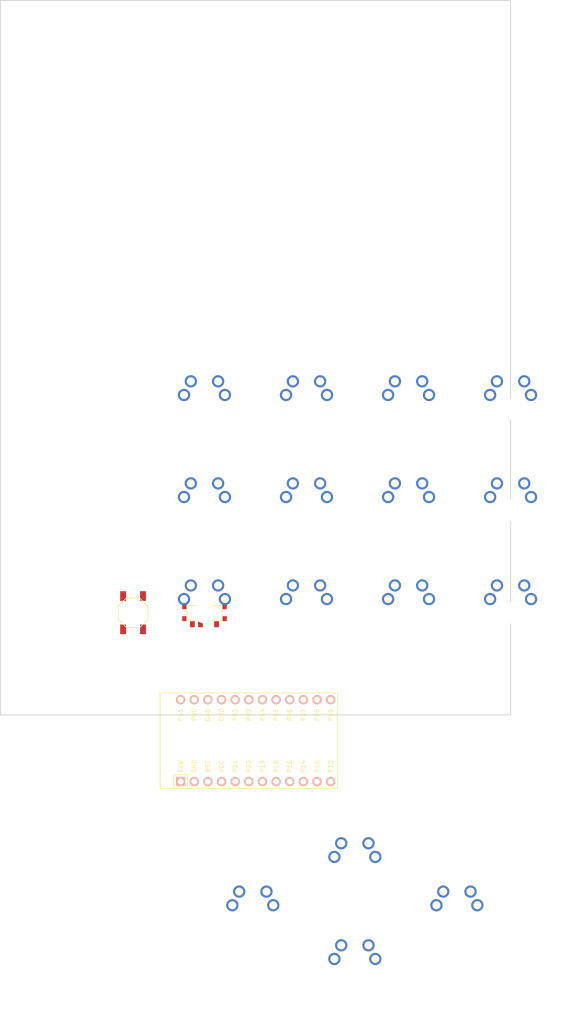
<source format=kicad_pcb>

            
(kicad_pcb (version 20171130) (host pcbnew 5.1.6)

  (page A3)
  (title_block
    (title navigatorPCB)
    (rev v1.0.0)
    (company Unknown)
  )

  (general
    (thickness 1.6)
  )

  (layers
    (0 F.Cu signal)
    (31 B.Cu signal)
    (32 B.Adhes user)
    (33 F.Adhes user)
    (34 B.Paste user)
    (35 F.Paste user)
    (36 B.SilkS user)
    (37 F.SilkS user)
    (38 B.Mask user)
    (39 F.Mask user)
    (40 Dwgs.User user)
    (41 Cmts.User user)
    (42 Eco1.User user)
    (43 Eco2.User user)
    (44 Edge.Cuts user)
    (45 Margin user)
    (46 B.CrtYd user)
    (47 F.CrtYd user)
    (48 B.Fab user)
    (49 F.Fab user)
  )

  (setup
    (last_trace_width 0.25)
    (trace_clearance 0.2)
    (zone_clearance 0.508)
    (zone_45_only no)
    (trace_min 0.2)
    (via_size 0.8)
    (via_drill 0.4)
    (via_min_size 0.4)
    (via_min_drill 0.3)
    (uvia_size 0.3)
    (uvia_drill 0.1)
    (uvias_allowed no)
    (uvia_min_size 0.2)
    (uvia_min_drill 0.1)
    (edge_width 0.05)
    (segment_width 0.2)
    (pcb_text_width 0.3)
    (pcb_text_size 1.5 1.5)
    (mod_edge_width 0.12)
    (mod_text_size 1 1)
    (mod_text_width 0.15)
    (pad_size 1.524 1.524)
    (pad_drill 0.762)
    (pad_to_mask_clearance 0.05)
    (aux_axis_origin 0 0)
    (visible_elements FFFFFF7F)
    (pcbplotparams
      (layerselection 0x010fc_ffffffff)
      (usegerberextensions false)
      (usegerberattributes true)
      (usegerberadvancedattributes true)
      (creategerberjobfile true)
      (excludeedgelayer true)
      (linewidth 0.100000)
      (plotframeref false)
      (viasonmask false)
      (mode 1)
      (useauxorigin false)
      (hpglpennumber 1)
      (hpglpenspeed 20)
      (hpglpendiameter 15.000000)
      (psnegative false)
      (psa4output false)
      (plotreference true)
      (plotvalue true)
      (plotinvisibletext false)
      (padsonsilk false)
      (subtractmaskfromsilk false)
      (outputformat 1)
      (mirror false)
      (drillshape 1)
      (scaleselection 1)
      (outputdirectory ""))
  )

            (net 0 "")
(net 1 "GND")
(net 2 "macropad_pinky_bottom")
(net 3 "macropad_pinky_middle")
(net 4 "macropad_pinky_top")
(net 5 "macropad_ring_bottom")
(net 6 "macropad_ring_middle")
(net 7 "macropad_ring_top")
(net 8 "macropad_middle_bottom")
(net 9 "macropad_middle_middle")
(net 10 "macropad_middle_top")
(net 11 "macropad_index_bottom")
(net 12 "macropad_index_middle")
(net 13 "macropad_index_top")
(net 14 "navigator_left_down")
(net 15 "navigator_updown_down")
(net 16 "navigator_updown_up")
(net 17 "navigator_right_down")
(net 18 "RAW")
(net 19 "RST")
(net 20 "VCC")
(net 21 "P0")
(net 22 "navigator_left_up")
(net 23 "P9")
(net 24 "powerswitch")
(net 25 "battery")
            
  (net_class Default "This is the default net class."
    (clearance 0.2)
    (trace_width 0.25)
    (via_dia 0.8)
    (via_drill 0.4)
    (uvia_dia 0.3)
    (uvia_drill 0.1)
    (add_net "")
(add_net "GND")
(add_net "macropad_pinky_bottom")
(add_net "macropad_pinky_middle")
(add_net "macropad_pinky_top")
(add_net "macropad_ring_bottom")
(add_net "macropad_ring_middle")
(add_net "macropad_ring_top")
(add_net "macropad_middle_bottom")
(add_net "macropad_middle_middle")
(add_net "macropad_middle_top")
(add_net "macropad_index_bottom")
(add_net "macropad_index_middle")
(add_net "macropad_index_top")
(add_net "navigator_left_down")
(add_net "navigator_updown_down")
(add_net "navigator_updown_up")
(add_net "navigator_right_down")
(add_net "RAW")
(add_net "RST")
(add_net "VCC")
(add_net "P0")
(add_net "navigator_left_up")
(add_net "P9")
(add_net "powerswitch")
(add_net "battery")
  )

            
        
      (module MX (layer F.Cu) (tedit 5DD4F656)
      (at 0 0 0)

      
      (fp_text reference "S1" (at 0 0) (layer F.SilkS) hide (effects (font (size 1.27 1.27) (thickness 0.15))))
      (fp_text value "" (at 0 0) (layer F.SilkS) hide (effects (font (size 1.27 1.27) (thickness 0.15))))

      
      (fp_line (start -7 -6) (end -7 -7) (layer Dwgs.User) (width 0.15))
      (fp_line (start -7 7) (end -6 7) (layer Dwgs.User) (width 0.15))
      (fp_line (start -6 -7) (end -7 -7) (layer Dwgs.User) (width 0.15))
      (fp_line (start -7 7) (end -7 6) (layer Dwgs.User) (width 0.15))
      (fp_line (start 7 6) (end 7 7) (layer Dwgs.User) (width 0.15))
      (fp_line (start 7 -7) (end 6 -7) (layer Dwgs.User) (width 0.15))
      (fp_line (start 6 7) (end 7 7) (layer Dwgs.User) (width 0.15))
      (fp_line (start 7 -7) (end 7 -6) (layer Dwgs.User) (width 0.15))
    
      
      (pad "" np_thru_hole circle (at 0 0) (size 3.9878 3.9878) (drill 3.9878) (layers *.Cu *.Mask))

      
      (pad "" np_thru_hole circle (at 5.08 0) (size 1.7018 1.7018) (drill 1.7018) (layers *.Cu *.Mask))
      (pad "" np_thru_hole circle (at -5.08 0) (size 1.7018 1.7018) (drill 1.7018) (layers *.Cu *.Mask))
      
        
      
      (fp_line (start -9.5 -9.5) (end 9.5 -9.5) (layer Dwgs.User) (width 0.15))
      (fp_line (start 9.5 -9.5) (end 9.5 9.5) (layer Dwgs.User) (width 0.15))
      (fp_line (start 9.5 9.5) (end -9.5 9.5) (layer Dwgs.User) (width 0.15))
      (fp_line (start -9.5 9.5) (end -9.5 -9.5) (layer Dwgs.User) (width 0.15))
      
        
            
            (pad 1 thru_hole circle (at 2.54 -5.08) (size 2.286 2.286) (drill 1.4986) (layers *.Cu *.Mask) (net 1 "GND"))
            (pad 2 thru_hole circle (at -3.81 -2.54) (size 2.286 2.286) (drill 1.4986) (layers *.Cu *.Mask) (net 2 "macropad_pinky_bottom"))
          
        
            
            (pad 1 thru_hole circle (at -2.54 -5.08) (size 2.286 2.286) (drill 1.4986) (layers *.Cu *.Mask) (net 1 "GND"))
            (pad 2 thru_hole circle (at 3.81 -2.54) (size 2.286 2.286) (drill 1.4986) (layers *.Cu *.Mask) (net 2 "macropad_pinky_bottom"))
          )
        

        
      (module MX (layer F.Cu) (tedit 5DD4F656)
      (at 0 -19 0)

      
      (fp_text reference "S2" (at 0 0) (layer F.SilkS) hide (effects (font (size 1.27 1.27) (thickness 0.15))))
      (fp_text value "" (at 0 0) (layer F.SilkS) hide (effects (font (size 1.27 1.27) (thickness 0.15))))

      
      (fp_line (start -7 -6) (end -7 -7) (layer Dwgs.User) (width 0.15))
      (fp_line (start -7 7) (end -6 7) (layer Dwgs.User) (width 0.15))
      (fp_line (start -6 -7) (end -7 -7) (layer Dwgs.User) (width 0.15))
      (fp_line (start -7 7) (end -7 6) (layer Dwgs.User) (width 0.15))
      (fp_line (start 7 6) (end 7 7) (layer Dwgs.User) (width 0.15))
      (fp_line (start 7 -7) (end 6 -7) (layer Dwgs.User) (width 0.15))
      (fp_line (start 6 7) (end 7 7) (layer Dwgs.User) (width 0.15))
      (fp_line (start 7 -7) (end 7 -6) (layer Dwgs.User) (width 0.15))
    
      
      (pad "" np_thru_hole circle (at 0 0) (size 3.9878 3.9878) (drill 3.9878) (layers *.Cu *.Mask))

      
      (pad "" np_thru_hole circle (at 5.08 0) (size 1.7018 1.7018) (drill 1.7018) (layers *.Cu *.Mask))
      (pad "" np_thru_hole circle (at -5.08 0) (size 1.7018 1.7018) (drill 1.7018) (layers *.Cu *.Mask))
      
        
      
      (fp_line (start -9.5 -9.5) (end 9.5 -9.5) (layer Dwgs.User) (width 0.15))
      (fp_line (start 9.5 -9.5) (end 9.5 9.5) (layer Dwgs.User) (width 0.15))
      (fp_line (start 9.5 9.5) (end -9.5 9.5) (layer Dwgs.User) (width 0.15))
      (fp_line (start -9.5 9.5) (end -9.5 -9.5) (layer Dwgs.User) (width 0.15))
      
        
            
            (pad 1 thru_hole circle (at 2.54 -5.08) (size 2.286 2.286) (drill 1.4986) (layers *.Cu *.Mask) (net 1 "GND"))
            (pad 2 thru_hole circle (at -3.81 -2.54) (size 2.286 2.286) (drill 1.4986) (layers *.Cu *.Mask) (net 3 "macropad_pinky_middle"))
          
        
            
            (pad 1 thru_hole circle (at -2.54 -5.08) (size 2.286 2.286) (drill 1.4986) (layers *.Cu *.Mask) (net 1 "GND"))
            (pad 2 thru_hole circle (at 3.81 -2.54) (size 2.286 2.286) (drill 1.4986) (layers *.Cu *.Mask) (net 3 "macropad_pinky_middle"))
          )
        

        
      (module MX (layer F.Cu) (tedit 5DD4F656)
      (at 0 -38 0)

      
      (fp_text reference "S3" (at 0 0) (layer F.SilkS) hide (effects (font (size 1.27 1.27) (thickness 0.15))))
      (fp_text value "" (at 0 0) (layer F.SilkS) hide (effects (font (size 1.27 1.27) (thickness 0.15))))

      
      (fp_line (start -7 -6) (end -7 -7) (layer Dwgs.User) (width 0.15))
      (fp_line (start -7 7) (end -6 7) (layer Dwgs.User) (width 0.15))
      (fp_line (start -6 -7) (end -7 -7) (layer Dwgs.User) (width 0.15))
      (fp_line (start -7 7) (end -7 6) (layer Dwgs.User) (width 0.15))
      (fp_line (start 7 6) (end 7 7) (layer Dwgs.User) (width 0.15))
      (fp_line (start 7 -7) (end 6 -7) (layer Dwgs.User) (width 0.15))
      (fp_line (start 6 7) (end 7 7) (layer Dwgs.User) (width 0.15))
      (fp_line (start 7 -7) (end 7 -6) (layer Dwgs.User) (width 0.15))
    
      
      (pad "" np_thru_hole circle (at 0 0) (size 3.9878 3.9878) (drill 3.9878) (layers *.Cu *.Mask))

      
      (pad "" np_thru_hole circle (at 5.08 0) (size 1.7018 1.7018) (drill 1.7018) (layers *.Cu *.Mask))
      (pad "" np_thru_hole circle (at -5.08 0) (size 1.7018 1.7018) (drill 1.7018) (layers *.Cu *.Mask))
      
        
      
      (fp_line (start -9.5 -9.5) (end 9.5 -9.5) (layer Dwgs.User) (width 0.15))
      (fp_line (start 9.5 -9.5) (end 9.5 9.5) (layer Dwgs.User) (width 0.15))
      (fp_line (start 9.5 9.5) (end -9.5 9.5) (layer Dwgs.User) (width 0.15))
      (fp_line (start -9.5 9.5) (end -9.5 -9.5) (layer Dwgs.User) (width 0.15))
      
        
            
            (pad 1 thru_hole circle (at 2.54 -5.08) (size 2.286 2.286) (drill 1.4986) (layers *.Cu *.Mask) (net 1 "GND"))
            (pad 2 thru_hole circle (at -3.81 -2.54) (size 2.286 2.286) (drill 1.4986) (layers *.Cu *.Mask) (net 4 "macropad_pinky_top"))
          
        
            
            (pad 1 thru_hole circle (at -2.54 -5.08) (size 2.286 2.286) (drill 1.4986) (layers *.Cu *.Mask) (net 1 "GND"))
            (pad 2 thru_hole circle (at 3.81 -2.54) (size 2.286 2.286) (drill 1.4986) (layers *.Cu *.Mask) (net 4 "macropad_pinky_top"))
          )
        

        
      (module MX (layer F.Cu) (tedit 5DD4F656)
      (at 19 0 0)

      
      (fp_text reference "S4" (at 0 0) (layer F.SilkS) hide (effects (font (size 1.27 1.27) (thickness 0.15))))
      (fp_text value "" (at 0 0) (layer F.SilkS) hide (effects (font (size 1.27 1.27) (thickness 0.15))))

      
      (fp_line (start -7 -6) (end -7 -7) (layer Dwgs.User) (width 0.15))
      (fp_line (start -7 7) (end -6 7) (layer Dwgs.User) (width 0.15))
      (fp_line (start -6 -7) (end -7 -7) (layer Dwgs.User) (width 0.15))
      (fp_line (start -7 7) (end -7 6) (layer Dwgs.User) (width 0.15))
      (fp_line (start 7 6) (end 7 7) (layer Dwgs.User) (width 0.15))
      (fp_line (start 7 -7) (end 6 -7) (layer Dwgs.User) (width 0.15))
      (fp_line (start 6 7) (end 7 7) (layer Dwgs.User) (width 0.15))
      (fp_line (start 7 -7) (end 7 -6) (layer Dwgs.User) (width 0.15))
    
      
      (pad "" np_thru_hole circle (at 0 0) (size 3.9878 3.9878) (drill 3.9878) (layers *.Cu *.Mask))

      
      (pad "" np_thru_hole circle (at 5.08 0) (size 1.7018 1.7018) (drill 1.7018) (layers *.Cu *.Mask))
      (pad "" np_thru_hole circle (at -5.08 0) (size 1.7018 1.7018) (drill 1.7018) (layers *.Cu *.Mask))
      
        
      
      (fp_line (start -9.5 -9.5) (end 9.5 -9.5) (layer Dwgs.User) (width 0.15))
      (fp_line (start 9.5 -9.5) (end 9.5 9.5) (layer Dwgs.User) (width 0.15))
      (fp_line (start 9.5 9.5) (end -9.5 9.5) (layer Dwgs.User) (width 0.15))
      (fp_line (start -9.5 9.5) (end -9.5 -9.5) (layer Dwgs.User) (width 0.15))
      
        
            
            (pad 1 thru_hole circle (at 2.54 -5.08) (size 2.286 2.286) (drill 1.4986) (layers *.Cu *.Mask) (net 1 "GND"))
            (pad 2 thru_hole circle (at -3.81 -2.54) (size 2.286 2.286) (drill 1.4986) (layers *.Cu *.Mask) (net 5 "macropad_ring_bottom"))
          
        
            
            (pad 1 thru_hole circle (at -2.54 -5.08) (size 2.286 2.286) (drill 1.4986) (layers *.Cu *.Mask) (net 1 "GND"))
            (pad 2 thru_hole circle (at 3.81 -2.54) (size 2.286 2.286) (drill 1.4986) (layers *.Cu *.Mask) (net 5 "macropad_ring_bottom"))
          )
        

        
      (module MX (layer F.Cu) (tedit 5DD4F656)
      (at 19 -19 0)

      
      (fp_text reference "S5" (at 0 0) (layer F.SilkS) hide (effects (font (size 1.27 1.27) (thickness 0.15))))
      (fp_text value "" (at 0 0) (layer F.SilkS) hide (effects (font (size 1.27 1.27) (thickness 0.15))))

      
      (fp_line (start -7 -6) (end -7 -7) (layer Dwgs.User) (width 0.15))
      (fp_line (start -7 7) (end -6 7) (layer Dwgs.User) (width 0.15))
      (fp_line (start -6 -7) (end -7 -7) (layer Dwgs.User) (width 0.15))
      (fp_line (start -7 7) (end -7 6) (layer Dwgs.User) (width 0.15))
      (fp_line (start 7 6) (end 7 7) (layer Dwgs.User) (width 0.15))
      (fp_line (start 7 -7) (end 6 -7) (layer Dwgs.User) (width 0.15))
      (fp_line (start 6 7) (end 7 7) (layer Dwgs.User) (width 0.15))
      (fp_line (start 7 -7) (end 7 -6) (layer Dwgs.User) (width 0.15))
    
      
      (pad "" np_thru_hole circle (at 0 0) (size 3.9878 3.9878) (drill 3.9878) (layers *.Cu *.Mask))

      
      (pad "" np_thru_hole circle (at 5.08 0) (size 1.7018 1.7018) (drill 1.7018) (layers *.Cu *.Mask))
      (pad "" np_thru_hole circle (at -5.08 0) (size 1.7018 1.7018) (drill 1.7018) (layers *.Cu *.Mask))
      
        
      
      (fp_line (start -9.5 -9.5) (end 9.5 -9.5) (layer Dwgs.User) (width 0.15))
      (fp_line (start 9.5 -9.5) (end 9.5 9.5) (layer Dwgs.User) (width 0.15))
      (fp_line (start 9.5 9.5) (end -9.5 9.5) (layer Dwgs.User) (width 0.15))
      (fp_line (start -9.5 9.5) (end -9.5 -9.5) (layer Dwgs.User) (width 0.15))
      
        
            
            (pad 1 thru_hole circle (at 2.54 -5.08) (size 2.286 2.286) (drill 1.4986) (layers *.Cu *.Mask) (net 1 "GND"))
            (pad 2 thru_hole circle (at -3.81 -2.54) (size 2.286 2.286) (drill 1.4986) (layers *.Cu *.Mask) (net 6 "macropad_ring_middle"))
          
        
            
            (pad 1 thru_hole circle (at -2.54 -5.08) (size 2.286 2.286) (drill 1.4986) (layers *.Cu *.Mask) (net 1 "GND"))
            (pad 2 thru_hole circle (at 3.81 -2.54) (size 2.286 2.286) (drill 1.4986) (layers *.Cu *.Mask) (net 6 "macropad_ring_middle"))
          )
        

        
      (module MX (layer F.Cu) (tedit 5DD4F656)
      (at 19 -38 0)

      
      (fp_text reference "S6" (at 0 0) (layer F.SilkS) hide (effects (font (size 1.27 1.27) (thickness 0.15))))
      (fp_text value "" (at 0 0) (layer F.SilkS) hide (effects (font (size 1.27 1.27) (thickness 0.15))))

      
      (fp_line (start -7 -6) (end -7 -7) (layer Dwgs.User) (width 0.15))
      (fp_line (start -7 7) (end -6 7) (layer Dwgs.User) (width 0.15))
      (fp_line (start -6 -7) (end -7 -7) (layer Dwgs.User) (width 0.15))
      (fp_line (start -7 7) (end -7 6) (layer Dwgs.User) (width 0.15))
      (fp_line (start 7 6) (end 7 7) (layer Dwgs.User) (width 0.15))
      (fp_line (start 7 -7) (end 6 -7) (layer Dwgs.User) (width 0.15))
      (fp_line (start 6 7) (end 7 7) (layer Dwgs.User) (width 0.15))
      (fp_line (start 7 -7) (end 7 -6) (layer Dwgs.User) (width 0.15))
    
      
      (pad "" np_thru_hole circle (at 0 0) (size 3.9878 3.9878) (drill 3.9878) (layers *.Cu *.Mask))

      
      (pad "" np_thru_hole circle (at 5.08 0) (size 1.7018 1.7018) (drill 1.7018) (layers *.Cu *.Mask))
      (pad "" np_thru_hole circle (at -5.08 0) (size 1.7018 1.7018) (drill 1.7018) (layers *.Cu *.Mask))
      
        
      
      (fp_line (start -9.5 -9.5) (end 9.5 -9.5) (layer Dwgs.User) (width 0.15))
      (fp_line (start 9.5 -9.5) (end 9.5 9.5) (layer Dwgs.User) (width 0.15))
      (fp_line (start 9.5 9.5) (end -9.5 9.5) (layer Dwgs.User) (width 0.15))
      (fp_line (start -9.5 9.5) (end -9.5 -9.5) (layer Dwgs.User) (width 0.15))
      
        
            
            (pad 1 thru_hole circle (at 2.54 -5.08) (size 2.286 2.286) (drill 1.4986) (layers *.Cu *.Mask) (net 1 "GND"))
            (pad 2 thru_hole circle (at -3.81 -2.54) (size 2.286 2.286) (drill 1.4986) (layers *.Cu *.Mask) (net 7 "macropad_ring_top"))
          
        
            
            (pad 1 thru_hole circle (at -2.54 -5.08) (size 2.286 2.286) (drill 1.4986) (layers *.Cu *.Mask) (net 1 "GND"))
            (pad 2 thru_hole circle (at 3.81 -2.54) (size 2.286 2.286) (drill 1.4986) (layers *.Cu *.Mask) (net 7 "macropad_ring_top"))
          )
        

        
      (module MX (layer F.Cu) (tedit 5DD4F656)
      (at 38 0 0)

      
      (fp_text reference "S7" (at 0 0) (layer F.SilkS) hide (effects (font (size 1.27 1.27) (thickness 0.15))))
      (fp_text value "" (at 0 0) (layer F.SilkS) hide (effects (font (size 1.27 1.27) (thickness 0.15))))

      
      (fp_line (start -7 -6) (end -7 -7) (layer Dwgs.User) (width 0.15))
      (fp_line (start -7 7) (end -6 7) (layer Dwgs.User) (width 0.15))
      (fp_line (start -6 -7) (end -7 -7) (layer Dwgs.User) (width 0.15))
      (fp_line (start -7 7) (end -7 6) (layer Dwgs.User) (width 0.15))
      (fp_line (start 7 6) (end 7 7) (layer Dwgs.User) (width 0.15))
      (fp_line (start 7 -7) (end 6 -7) (layer Dwgs.User) (width 0.15))
      (fp_line (start 6 7) (end 7 7) (layer Dwgs.User) (width 0.15))
      (fp_line (start 7 -7) (end 7 -6) (layer Dwgs.User) (width 0.15))
    
      
      (pad "" np_thru_hole circle (at 0 0) (size 3.9878 3.9878) (drill 3.9878) (layers *.Cu *.Mask))

      
      (pad "" np_thru_hole circle (at 5.08 0) (size 1.7018 1.7018) (drill 1.7018) (layers *.Cu *.Mask))
      (pad "" np_thru_hole circle (at -5.08 0) (size 1.7018 1.7018) (drill 1.7018) (layers *.Cu *.Mask))
      
        
      
      (fp_line (start -9.5 -9.5) (end 9.5 -9.5) (layer Dwgs.User) (width 0.15))
      (fp_line (start 9.5 -9.5) (end 9.5 9.5) (layer Dwgs.User) (width 0.15))
      (fp_line (start 9.5 9.5) (end -9.5 9.5) (layer Dwgs.User) (width 0.15))
      (fp_line (start -9.5 9.5) (end -9.5 -9.5) (layer Dwgs.User) (width 0.15))
      
        
            
            (pad 1 thru_hole circle (at 2.54 -5.08) (size 2.286 2.286) (drill 1.4986) (layers *.Cu *.Mask) (net 1 "GND"))
            (pad 2 thru_hole circle (at -3.81 -2.54) (size 2.286 2.286) (drill 1.4986) (layers *.Cu *.Mask) (net 8 "macropad_middle_bottom"))
          
        
            
            (pad 1 thru_hole circle (at -2.54 -5.08) (size 2.286 2.286) (drill 1.4986) (layers *.Cu *.Mask) (net 1 "GND"))
            (pad 2 thru_hole circle (at 3.81 -2.54) (size 2.286 2.286) (drill 1.4986) (layers *.Cu *.Mask) (net 8 "macropad_middle_bottom"))
          )
        

        
      (module MX (layer F.Cu) (tedit 5DD4F656)
      (at 38 -19 0)

      
      (fp_text reference "S8" (at 0 0) (layer F.SilkS) hide (effects (font (size 1.27 1.27) (thickness 0.15))))
      (fp_text value "" (at 0 0) (layer F.SilkS) hide (effects (font (size 1.27 1.27) (thickness 0.15))))

      
      (fp_line (start -7 -6) (end -7 -7) (layer Dwgs.User) (width 0.15))
      (fp_line (start -7 7) (end -6 7) (layer Dwgs.User) (width 0.15))
      (fp_line (start -6 -7) (end -7 -7) (layer Dwgs.User) (width 0.15))
      (fp_line (start -7 7) (end -7 6) (layer Dwgs.User) (width 0.15))
      (fp_line (start 7 6) (end 7 7) (layer Dwgs.User) (width 0.15))
      (fp_line (start 7 -7) (end 6 -7) (layer Dwgs.User) (width 0.15))
      (fp_line (start 6 7) (end 7 7) (layer Dwgs.User) (width 0.15))
      (fp_line (start 7 -7) (end 7 -6) (layer Dwgs.User) (width 0.15))
    
      
      (pad "" np_thru_hole circle (at 0 0) (size 3.9878 3.9878) (drill 3.9878) (layers *.Cu *.Mask))

      
      (pad "" np_thru_hole circle (at 5.08 0) (size 1.7018 1.7018) (drill 1.7018) (layers *.Cu *.Mask))
      (pad "" np_thru_hole circle (at -5.08 0) (size 1.7018 1.7018) (drill 1.7018) (layers *.Cu *.Mask))
      
        
      
      (fp_line (start -9.5 -9.5) (end 9.5 -9.5) (layer Dwgs.User) (width 0.15))
      (fp_line (start 9.5 -9.5) (end 9.5 9.5) (layer Dwgs.User) (width 0.15))
      (fp_line (start 9.5 9.5) (end -9.5 9.5) (layer Dwgs.User) (width 0.15))
      (fp_line (start -9.5 9.5) (end -9.5 -9.5) (layer Dwgs.User) (width 0.15))
      
        
            
            (pad 1 thru_hole circle (at 2.54 -5.08) (size 2.286 2.286) (drill 1.4986) (layers *.Cu *.Mask) (net 1 "GND"))
            (pad 2 thru_hole circle (at -3.81 -2.54) (size 2.286 2.286) (drill 1.4986) (layers *.Cu *.Mask) (net 9 "macropad_middle_middle"))
          
        
            
            (pad 1 thru_hole circle (at -2.54 -5.08) (size 2.286 2.286) (drill 1.4986) (layers *.Cu *.Mask) (net 1 "GND"))
            (pad 2 thru_hole circle (at 3.81 -2.54) (size 2.286 2.286) (drill 1.4986) (layers *.Cu *.Mask) (net 9 "macropad_middle_middle"))
          )
        

        
      (module MX (layer F.Cu) (tedit 5DD4F656)
      (at 38 -38 0)

      
      (fp_text reference "S9" (at 0 0) (layer F.SilkS) hide (effects (font (size 1.27 1.27) (thickness 0.15))))
      (fp_text value "" (at 0 0) (layer F.SilkS) hide (effects (font (size 1.27 1.27) (thickness 0.15))))

      
      (fp_line (start -7 -6) (end -7 -7) (layer Dwgs.User) (width 0.15))
      (fp_line (start -7 7) (end -6 7) (layer Dwgs.User) (width 0.15))
      (fp_line (start -6 -7) (end -7 -7) (layer Dwgs.User) (width 0.15))
      (fp_line (start -7 7) (end -7 6) (layer Dwgs.User) (width 0.15))
      (fp_line (start 7 6) (end 7 7) (layer Dwgs.User) (width 0.15))
      (fp_line (start 7 -7) (end 6 -7) (layer Dwgs.User) (width 0.15))
      (fp_line (start 6 7) (end 7 7) (layer Dwgs.User) (width 0.15))
      (fp_line (start 7 -7) (end 7 -6) (layer Dwgs.User) (width 0.15))
    
      
      (pad "" np_thru_hole circle (at 0 0) (size 3.9878 3.9878) (drill 3.9878) (layers *.Cu *.Mask))

      
      (pad "" np_thru_hole circle (at 5.08 0) (size 1.7018 1.7018) (drill 1.7018) (layers *.Cu *.Mask))
      (pad "" np_thru_hole circle (at -5.08 0) (size 1.7018 1.7018) (drill 1.7018) (layers *.Cu *.Mask))
      
        
      
      (fp_line (start -9.5 -9.5) (end 9.5 -9.5) (layer Dwgs.User) (width 0.15))
      (fp_line (start 9.5 -9.5) (end 9.5 9.5) (layer Dwgs.User) (width 0.15))
      (fp_line (start 9.5 9.5) (end -9.5 9.5) (layer Dwgs.User) (width 0.15))
      (fp_line (start -9.5 9.5) (end -9.5 -9.5) (layer Dwgs.User) (width 0.15))
      
        
            
            (pad 1 thru_hole circle (at 2.54 -5.08) (size 2.286 2.286) (drill 1.4986) (layers *.Cu *.Mask) (net 1 "GND"))
            (pad 2 thru_hole circle (at -3.81 -2.54) (size 2.286 2.286) (drill 1.4986) (layers *.Cu *.Mask) (net 10 "macropad_middle_top"))
          
        
            
            (pad 1 thru_hole circle (at -2.54 -5.08) (size 2.286 2.286) (drill 1.4986) (layers *.Cu *.Mask) (net 1 "GND"))
            (pad 2 thru_hole circle (at 3.81 -2.54) (size 2.286 2.286) (drill 1.4986) (layers *.Cu *.Mask) (net 10 "macropad_middle_top"))
          )
        

        
      (module MX (layer F.Cu) (tedit 5DD4F656)
      (at 57 0 0)

      
      (fp_text reference "S10" (at 0 0) (layer F.SilkS) hide (effects (font (size 1.27 1.27) (thickness 0.15))))
      (fp_text value "" (at 0 0) (layer F.SilkS) hide (effects (font (size 1.27 1.27) (thickness 0.15))))

      
      (fp_line (start -7 -6) (end -7 -7) (layer Dwgs.User) (width 0.15))
      (fp_line (start -7 7) (end -6 7) (layer Dwgs.User) (width 0.15))
      (fp_line (start -6 -7) (end -7 -7) (layer Dwgs.User) (width 0.15))
      (fp_line (start -7 7) (end -7 6) (layer Dwgs.User) (width 0.15))
      (fp_line (start 7 6) (end 7 7) (layer Dwgs.User) (width 0.15))
      (fp_line (start 7 -7) (end 6 -7) (layer Dwgs.User) (width 0.15))
      (fp_line (start 6 7) (end 7 7) (layer Dwgs.User) (width 0.15))
      (fp_line (start 7 -7) (end 7 -6) (layer Dwgs.User) (width 0.15))
    
      
      (pad "" np_thru_hole circle (at 0 0) (size 3.9878 3.9878) (drill 3.9878) (layers *.Cu *.Mask))

      
      (pad "" np_thru_hole circle (at 5.08 0) (size 1.7018 1.7018) (drill 1.7018) (layers *.Cu *.Mask))
      (pad "" np_thru_hole circle (at -5.08 0) (size 1.7018 1.7018) (drill 1.7018) (layers *.Cu *.Mask))
      
        
      
      (fp_line (start -9.5 -9.5) (end 9.5 -9.5) (layer Dwgs.User) (width 0.15))
      (fp_line (start 9.5 -9.5) (end 9.5 9.5) (layer Dwgs.User) (width 0.15))
      (fp_line (start 9.5 9.5) (end -9.5 9.5) (layer Dwgs.User) (width 0.15))
      (fp_line (start -9.5 9.5) (end -9.5 -9.5) (layer Dwgs.User) (width 0.15))
      
        
            
            (pad 1 thru_hole circle (at 2.54 -5.08) (size 2.286 2.286) (drill 1.4986) (layers *.Cu *.Mask) (net 1 "GND"))
            (pad 2 thru_hole circle (at -3.81 -2.54) (size 2.286 2.286) (drill 1.4986) (layers *.Cu *.Mask) (net 11 "macropad_index_bottom"))
          
        
            
            (pad 1 thru_hole circle (at -2.54 -5.08) (size 2.286 2.286) (drill 1.4986) (layers *.Cu *.Mask) (net 1 "GND"))
            (pad 2 thru_hole circle (at 3.81 -2.54) (size 2.286 2.286) (drill 1.4986) (layers *.Cu *.Mask) (net 11 "macropad_index_bottom"))
          )
        

        
      (module MX (layer F.Cu) (tedit 5DD4F656)
      (at 57 -19 0)

      
      (fp_text reference "S11" (at 0 0) (layer F.SilkS) hide (effects (font (size 1.27 1.27) (thickness 0.15))))
      (fp_text value "" (at 0 0) (layer F.SilkS) hide (effects (font (size 1.27 1.27) (thickness 0.15))))

      
      (fp_line (start -7 -6) (end -7 -7) (layer Dwgs.User) (width 0.15))
      (fp_line (start -7 7) (end -6 7) (layer Dwgs.User) (width 0.15))
      (fp_line (start -6 -7) (end -7 -7) (layer Dwgs.User) (width 0.15))
      (fp_line (start -7 7) (end -7 6) (layer Dwgs.User) (width 0.15))
      (fp_line (start 7 6) (end 7 7) (layer Dwgs.User) (width 0.15))
      (fp_line (start 7 -7) (end 6 -7) (layer Dwgs.User) (width 0.15))
      (fp_line (start 6 7) (end 7 7) (layer Dwgs.User) (width 0.15))
      (fp_line (start 7 -7) (end 7 -6) (layer Dwgs.User) (width 0.15))
    
      
      (pad "" np_thru_hole circle (at 0 0) (size 3.9878 3.9878) (drill 3.9878) (layers *.Cu *.Mask))

      
      (pad "" np_thru_hole circle (at 5.08 0) (size 1.7018 1.7018) (drill 1.7018) (layers *.Cu *.Mask))
      (pad "" np_thru_hole circle (at -5.08 0) (size 1.7018 1.7018) (drill 1.7018) (layers *.Cu *.Mask))
      
        
      
      (fp_line (start -9.5 -9.5) (end 9.5 -9.5) (layer Dwgs.User) (width 0.15))
      (fp_line (start 9.5 -9.5) (end 9.5 9.5) (layer Dwgs.User) (width 0.15))
      (fp_line (start 9.5 9.5) (end -9.5 9.5) (layer Dwgs.User) (width 0.15))
      (fp_line (start -9.5 9.5) (end -9.5 -9.5) (layer Dwgs.User) (width 0.15))
      
        
            
            (pad 1 thru_hole circle (at 2.54 -5.08) (size 2.286 2.286) (drill 1.4986) (layers *.Cu *.Mask) (net 1 "GND"))
            (pad 2 thru_hole circle (at -3.81 -2.54) (size 2.286 2.286) (drill 1.4986) (layers *.Cu *.Mask) (net 12 "macropad_index_middle"))
          
        
            
            (pad 1 thru_hole circle (at -2.54 -5.08) (size 2.286 2.286) (drill 1.4986) (layers *.Cu *.Mask) (net 1 "GND"))
            (pad 2 thru_hole circle (at 3.81 -2.54) (size 2.286 2.286) (drill 1.4986) (layers *.Cu *.Mask) (net 12 "macropad_index_middle"))
          )
        

        
      (module MX (layer F.Cu) (tedit 5DD4F656)
      (at 57 -38 0)

      
      (fp_text reference "S12" (at 0 0) (layer F.SilkS) hide (effects (font (size 1.27 1.27) (thickness 0.15))))
      (fp_text value "" (at 0 0) (layer F.SilkS) hide (effects (font (size 1.27 1.27) (thickness 0.15))))

      
      (fp_line (start -7 -6) (end -7 -7) (layer Dwgs.User) (width 0.15))
      (fp_line (start -7 7) (end -6 7) (layer Dwgs.User) (width 0.15))
      (fp_line (start -6 -7) (end -7 -7) (layer Dwgs.User) (width 0.15))
      (fp_line (start -7 7) (end -7 6) (layer Dwgs.User) (width 0.15))
      (fp_line (start 7 6) (end 7 7) (layer Dwgs.User) (width 0.15))
      (fp_line (start 7 -7) (end 6 -7) (layer Dwgs.User) (width 0.15))
      (fp_line (start 6 7) (end 7 7) (layer Dwgs.User) (width 0.15))
      (fp_line (start 7 -7) (end 7 -6) (layer Dwgs.User) (width 0.15))
    
      
      (pad "" np_thru_hole circle (at 0 0) (size 3.9878 3.9878) (drill 3.9878) (layers *.Cu *.Mask))

      
      (pad "" np_thru_hole circle (at 5.08 0) (size 1.7018 1.7018) (drill 1.7018) (layers *.Cu *.Mask))
      (pad "" np_thru_hole circle (at -5.08 0) (size 1.7018 1.7018) (drill 1.7018) (layers *.Cu *.Mask))
      
        
      
      (fp_line (start -9.5 -9.5) (end 9.5 -9.5) (layer Dwgs.User) (width 0.15))
      (fp_line (start 9.5 -9.5) (end 9.5 9.5) (layer Dwgs.User) (width 0.15))
      (fp_line (start 9.5 9.5) (end -9.5 9.5) (layer Dwgs.User) (width 0.15))
      (fp_line (start -9.5 9.5) (end -9.5 -9.5) (layer Dwgs.User) (width 0.15))
      
        
            
            (pad 1 thru_hole circle (at 2.54 -5.08) (size 2.286 2.286) (drill 1.4986) (layers *.Cu *.Mask) (net 1 "GND"))
            (pad 2 thru_hole circle (at -3.81 -2.54) (size 2.286 2.286) (drill 1.4986) (layers *.Cu *.Mask) (net 13 "macropad_index_top"))
          
        
            
            (pad 1 thru_hole circle (at -2.54 -5.08) (size 2.286 2.286) (drill 1.4986) (layers *.Cu *.Mask) (net 1 "GND"))
            (pad 2 thru_hole circle (at 3.81 -2.54) (size 2.286 2.286) (drill 1.4986) (layers *.Cu *.Mask) (net 13 "macropad_index_top"))
          )
        

        
      (module MX (layer F.Cu) (tedit 5DD4F656)
      (at 9 57 0)

      
      (fp_text reference "S13" (at 0 0) (layer F.SilkS) hide (effects (font (size 1.27 1.27) (thickness 0.15))))
      (fp_text value "" (at 0 0) (layer F.SilkS) hide (effects (font (size 1.27 1.27) (thickness 0.15))))

      
      (fp_line (start -7 -6) (end -7 -7) (layer Dwgs.User) (width 0.15))
      (fp_line (start -7 7) (end -6 7) (layer Dwgs.User) (width 0.15))
      (fp_line (start -6 -7) (end -7 -7) (layer Dwgs.User) (width 0.15))
      (fp_line (start -7 7) (end -7 6) (layer Dwgs.User) (width 0.15))
      (fp_line (start 7 6) (end 7 7) (layer Dwgs.User) (width 0.15))
      (fp_line (start 7 -7) (end 6 -7) (layer Dwgs.User) (width 0.15))
      (fp_line (start 6 7) (end 7 7) (layer Dwgs.User) (width 0.15))
      (fp_line (start 7 -7) (end 7 -6) (layer Dwgs.User) (width 0.15))
    
      
      (pad "" np_thru_hole circle (at 0 0) (size 3.9878 3.9878) (drill 3.9878) (layers *.Cu *.Mask))

      
      (pad "" np_thru_hole circle (at 5.08 0) (size 1.7018 1.7018) (drill 1.7018) (layers *.Cu *.Mask))
      (pad "" np_thru_hole circle (at -5.08 0) (size 1.7018 1.7018) (drill 1.7018) (layers *.Cu *.Mask))
      
        
      
      (fp_line (start -9.5 -9.5) (end 9.5 -9.5) (layer Dwgs.User) (width 0.15))
      (fp_line (start 9.5 -9.5) (end 9.5 9.5) (layer Dwgs.User) (width 0.15))
      (fp_line (start 9.5 9.5) (end -9.5 9.5) (layer Dwgs.User) (width 0.15))
      (fp_line (start -9.5 9.5) (end -9.5 -9.5) (layer Dwgs.User) (width 0.15))
      
        
            
            (pad 1 thru_hole circle (at 2.54 -5.08) (size 2.286 2.286) (drill 1.4986) (layers *.Cu *.Mask) (net 1 "GND"))
            (pad 2 thru_hole circle (at -3.81 -2.54) (size 2.286 2.286) (drill 1.4986) (layers *.Cu *.Mask) (net 14 "navigator_left_down"))
          
        
            
            (pad 1 thru_hole circle (at -2.54 -5.08) (size 2.286 2.286) (drill 1.4986) (layers *.Cu *.Mask) (net 1 "GND"))
            (pad 2 thru_hole circle (at 3.81 -2.54) (size 2.286 2.286) (drill 1.4986) (layers *.Cu *.Mask) (net 14 "navigator_left_down"))
          )
        

        
      (module MX (layer F.Cu) (tedit 5DD4F656)
      (at 28 67 0)

      
      (fp_text reference "S14" (at 0 0) (layer F.SilkS) hide (effects (font (size 1.27 1.27) (thickness 0.15))))
      (fp_text value "" (at 0 0) (layer F.SilkS) hide (effects (font (size 1.27 1.27) (thickness 0.15))))

      
      (fp_line (start -7 -6) (end -7 -7) (layer Dwgs.User) (width 0.15))
      (fp_line (start -7 7) (end -6 7) (layer Dwgs.User) (width 0.15))
      (fp_line (start -6 -7) (end -7 -7) (layer Dwgs.User) (width 0.15))
      (fp_line (start -7 7) (end -7 6) (layer Dwgs.User) (width 0.15))
      (fp_line (start 7 6) (end 7 7) (layer Dwgs.User) (width 0.15))
      (fp_line (start 7 -7) (end 6 -7) (layer Dwgs.User) (width 0.15))
      (fp_line (start 6 7) (end 7 7) (layer Dwgs.User) (width 0.15))
      (fp_line (start 7 -7) (end 7 -6) (layer Dwgs.User) (width 0.15))
    
      
      (pad "" np_thru_hole circle (at 0 0) (size 3.9878 3.9878) (drill 3.9878) (layers *.Cu *.Mask))

      
      (pad "" np_thru_hole circle (at 5.08 0) (size 1.7018 1.7018) (drill 1.7018) (layers *.Cu *.Mask))
      (pad "" np_thru_hole circle (at -5.08 0) (size 1.7018 1.7018) (drill 1.7018) (layers *.Cu *.Mask))
      
        
      
      (fp_line (start -9.5 -9.5) (end 9.5 -9.5) (layer Dwgs.User) (width 0.15))
      (fp_line (start 9.5 -9.5) (end 9.5 9.5) (layer Dwgs.User) (width 0.15))
      (fp_line (start 9.5 9.5) (end -9.5 9.5) (layer Dwgs.User) (width 0.15))
      (fp_line (start -9.5 9.5) (end -9.5 -9.5) (layer Dwgs.User) (width 0.15))
      
        
            
            (pad 1 thru_hole circle (at 2.54 -5.08) (size 2.286 2.286) (drill 1.4986) (layers *.Cu *.Mask) (net 1 "GND"))
            (pad 2 thru_hole circle (at -3.81 -2.54) (size 2.286 2.286) (drill 1.4986) (layers *.Cu *.Mask) (net 15 "navigator_updown_down"))
          
        
            
            (pad 1 thru_hole circle (at -2.54 -5.08) (size 2.286 2.286) (drill 1.4986) (layers *.Cu *.Mask) (net 1 "GND"))
            (pad 2 thru_hole circle (at 3.81 -2.54) (size 2.286 2.286) (drill 1.4986) (layers *.Cu *.Mask) (net 15 "navigator_updown_down"))
          )
        

        
      (module MX (layer F.Cu) (tedit 5DD4F656)
      (at 28 48 0)

      
      (fp_text reference "S15" (at 0 0) (layer F.SilkS) hide (effects (font (size 1.27 1.27) (thickness 0.15))))
      (fp_text value "" (at 0 0) (layer F.SilkS) hide (effects (font (size 1.27 1.27) (thickness 0.15))))

      
      (fp_line (start -7 -6) (end -7 -7) (layer Dwgs.User) (width 0.15))
      (fp_line (start -7 7) (end -6 7) (layer Dwgs.User) (width 0.15))
      (fp_line (start -6 -7) (end -7 -7) (layer Dwgs.User) (width 0.15))
      (fp_line (start -7 7) (end -7 6) (layer Dwgs.User) (width 0.15))
      (fp_line (start 7 6) (end 7 7) (layer Dwgs.User) (width 0.15))
      (fp_line (start 7 -7) (end 6 -7) (layer Dwgs.User) (width 0.15))
      (fp_line (start 6 7) (end 7 7) (layer Dwgs.User) (width 0.15))
      (fp_line (start 7 -7) (end 7 -6) (layer Dwgs.User) (width 0.15))
    
      
      (pad "" np_thru_hole circle (at 0 0) (size 3.9878 3.9878) (drill 3.9878) (layers *.Cu *.Mask))

      
      (pad "" np_thru_hole circle (at 5.08 0) (size 1.7018 1.7018) (drill 1.7018) (layers *.Cu *.Mask))
      (pad "" np_thru_hole circle (at -5.08 0) (size 1.7018 1.7018) (drill 1.7018) (layers *.Cu *.Mask))
      
        
      
      (fp_line (start -9.5 -9.5) (end 9.5 -9.5) (layer Dwgs.User) (width 0.15))
      (fp_line (start 9.5 -9.5) (end 9.5 9.5) (layer Dwgs.User) (width 0.15))
      (fp_line (start 9.5 9.5) (end -9.5 9.5) (layer Dwgs.User) (width 0.15))
      (fp_line (start -9.5 9.5) (end -9.5 -9.5) (layer Dwgs.User) (width 0.15))
      
        
            
            (pad 1 thru_hole circle (at 2.54 -5.08) (size 2.286 2.286) (drill 1.4986) (layers *.Cu *.Mask) (net 1 "GND"))
            (pad 2 thru_hole circle (at -3.81 -2.54) (size 2.286 2.286) (drill 1.4986) (layers *.Cu *.Mask) (net 16 "navigator_updown_up"))
          
        
            
            (pad 1 thru_hole circle (at -2.54 -5.08) (size 2.286 2.286) (drill 1.4986) (layers *.Cu *.Mask) (net 1 "GND"))
            (pad 2 thru_hole circle (at 3.81 -2.54) (size 2.286 2.286) (drill 1.4986) (layers *.Cu *.Mask) (net 16 "navigator_updown_up"))
          )
        

        
      (module MX (layer F.Cu) (tedit 5DD4F656)
      (at 47 57 0)

      
      (fp_text reference "S16" (at 0 0) (layer F.SilkS) hide (effects (font (size 1.27 1.27) (thickness 0.15))))
      (fp_text value "" (at 0 0) (layer F.SilkS) hide (effects (font (size 1.27 1.27) (thickness 0.15))))

      
      (fp_line (start -7 -6) (end -7 -7) (layer Dwgs.User) (width 0.15))
      (fp_line (start -7 7) (end -6 7) (layer Dwgs.User) (width 0.15))
      (fp_line (start -6 -7) (end -7 -7) (layer Dwgs.User) (width 0.15))
      (fp_line (start -7 7) (end -7 6) (layer Dwgs.User) (width 0.15))
      (fp_line (start 7 6) (end 7 7) (layer Dwgs.User) (width 0.15))
      (fp_line (start 7 -7) (end 6 -7) (layer Dwgs.User) (width 0.15))
      (fp_line (start 6 7) (end 7 7) (layer Dwgs.User) (width 0.15))
      (fp_line (start 7 -7) (end 7 -6) (layer Dwgs.User) (width 0.15))
    
      
      (pad "" np_thru_hole circle (at 0 0) (size 3.9878 3.9878) (drill 3.9878) (layers *.Cu *.Mask))

      
      (pad "" np_thru_hole circle (at 5.08 0) (size 1.7018 1.7018) (drill 1.7018) (layers *.Cu *.Mask))
      (pad "" np_thru_hole circle (at -5.08 0) (size 1.7018 1.7018) (drill 1.7018) (layers *.Cu *.Mask))
      
        
      
      (fp_line (start -9.5 -9.5) (end 9.5 -9.5) (layer Dwgs.User) (width 0.15))
      (fp_line (start 9.5 -9.5) (end 9.5 9.5) (layer Dwgs.User) (width 0.15))
      (fp_line (start 9.5 9.5) (end -9.5 9.5) (layer Dwgs.User) (width 0.15))
      (fp_line (start -9.5 9.5) (end -9.5 -9.5) (layer Dwgs.User) (width 0.15))
      
        
            
            (pad 1 thru_hole circle (at 2.54 -5.08) (size 2.286 2.286) (drill 1.4986) (layers *.Cu *.Mask) (net 1 "GND"))
            (pad 2 thru_hole circle (at -3.81 -2.54) (size 2.286 2.286) (drill 1.4986) (layers *.Cu *.Mask) (net 17 "navigator_right_down"))
          
        
            
            (pad 1 thru_hole circle (at -2.54 -5.08) (size 2.286 2.286) (drill 1.4986) (layers *.Cu *.Mask) (net 1 "GND"))
            (pad 2 thru_hole circle (at 3.81 -2.54) (size 2.286 2.286) (drill 1.4986) (layers *.Cu *.Mask) (net 17 "navigator_right_down"))
          )
        

        
      (module ProMicro (layer F.Cu) (tedit 5B307E4C)
      (at 9.525 23.8125 0)

      
      (fp_text reference "MCU1" (at 0 0) (layer F.SilkS) hide (effects (font (size 1.27 1.27) (thickness 0.15))))
      (fp_text value "" (at 0 0) (layer F.SilkS) hide (effects (font (size 1.27 1.27) (thickness 0.15))))
    
      
      (fp_line (start -19.304 -3.81) (end -14.224 -3.81) (layer Dwgs.User) (width 0.15))
      (fp_line (start -19.304 3.81) (end -19.304 -3.81) (layer Dwgs.User) (width 0.15))
      (fp_line (start -14.224 3.81) (end -19.304 3.81) (layer Dwgs.User) (width 0.15))
      (fp_line (start -14.224 -3.81) (end -14.224 3.81) (layer Dwgs.User) (width 0.15))
    
      
      (fp_line (start -17.78 8.89) (end 15.24 8.89) (layer F.SilkS) (width 0.15))
      (fp_line (start 15.24 8.89) (end 15.24 -8.89) (layer F.SilkS) (width 0.15))
      (fp_line (start 15.24 -8.89) (end -17.78 -8.89) (layer F.SilkS) (width 0.15))
      (fp_line (start -17.78 -8.89) (end -17.78 8.89) (layer F.SilkS) (width 0.15))
      
        
        
        (fp_line (start -15.24 6.35) (end -12.7 6.35) (layer F.SilkS) (width 0.15))
        (fp_line (start -15.24 6.35) (end -15.24 8.89) (layer F.SilkS) (width 0.15))
        (fp_line (start -12.7 6.35) (end -12.7 8.89) (layer F.SilkS) (width 0.15))
      
        
        (fp_text user RAW (at -13.97 4.8 90) (layer F.SilkS) (effects (font (size 0.8 0.8) (thickness 0.15))))
        (fp_text user GND (at -11.43 4.8 90) (layer F.SilkS) (effects (font (size 0.8 0.8) (thickness 0.15))))
        (fp_text user RST (at -8.89 4.8 90) (layer F.SilkS) (effects (font (size 0.8 0.8) (thickness 0.15))))
        (fp_text user VCC (at -6.35 4.8 90) (layer F.SilkS) (effects (font (size 0.8 0.8) (thickness 0.15))))
        (fp_text user P21 (at -3.81 4.8 90) (layer F.SilkS) (effects (font (size 0.8 0.8) (thickness 0.15))))
        (fp_text user P20 (at -1.27 4.8 90) (layer F.SilkS) (effects (font (size 0.8 0.8) (thickness 0.15))))
        (fp_text user P19 (at 1.27 4.8 90) (layer F.SilkS) (effects (font (size 0.8 0.8) (thickness 0.15))))
        (fp_text user P18 (at 3.81 4.8 90) (layer F.SilkS) (effects (font (size 0.8 0.8) (thickness 0.15))))
        (fp_text user P15 (at 6.35 4.8 90) (layer F.SilkS) (effects (font (size 0.8 0.8) (thickness 0.15))))
        (fp_text user P14 (at 8.89 4.8 90) (layer F.SilkS) (effects (font (size 0.8 0.8) (thickness 0.15))))
        (fp_text user P16 (at 11.43 4.8 90) (layer F.SilkS) (effects (font (size 0.8 0.8) (thickness 0.15))))
        (fp_text user P10 (at 13.97 4.8 90) (layer F.SilkS) (effects (font (size 0.8 0.8) (thickness 0.15))))
      
        (fp_text user P01 (at -13.97 -4.8 90) (layer F.SilkS) (effects (font (size 0.8 0.8) (thickness 0.15))))
        (fp_text user P00 (at -11.43 -4.8 90) (layer F.SilkS) (effects (font (size 0.8 0.8) (thickness 0.15))))
        (fp_text user GND (at -8.89 -4.8 90) (layer F.SilkS) (effects (font (size 0.8 0.8) (thickness 0.15))))
        (fp_text user GND (at -6.35 -4.8 90) (layer F.SilkS) (effects (font (size 0.8 0.8) (thickness 0.15))))
        (fp_text user P02 (at -3.81 -4.8 90) (layer F.SilkS) (effects (font (size 0.8 0.8) (thickness 0.15))))
        (fp_text user P03 (at -1.27 -4.8 90) (layer F.SilkS) (effects (font (size 0.8 0.8) (thickness 0.15))))
        (fp_text user P04 (at 1.27 -4.8 90) (layer F.SilkS) (effects (font (size 0.8 0.8) (thickness 0.15))))
        (fp_text user P05 (at 3.81 -4.8 90) (layer F.SilkS) (effects (font (size 0.8 0.8) (thickness 0.15))))
        (fp_text user P06 (at 6.35 -4.8 90) (layer F.SilkS) (effects (font (size 0.8 0.8) (thickness 0.15))))
        (fp_text user P07 (at 8.89 -4.8 90) (layer F.SilkS) (effects (font (size 0.8 0.8) (thickness 0.15))))
        (fp_text user P08 (at 11.43 -4.8 90) (layer F.SilkS) (effects (font (size 0.8 0.8) (thickness 0.15))))
        (fp_text user P09 (at 13.97 -4.8 90) (layer F.SilkS) (effects (font (size 0.8 0.8) (thickness 0.15))))
      
        
        (pad 1 thru_hole rect (at -13.97 7.62 0) (size 1.7526 1.7526) (drill 1.0922) (layers *.Cu *.SilkS *.Mask) (net 18 "RAW"))
        (pad 2 thru_hole circle (at -11.43 7.62 0) (size 1.7526 1.7526) (drill 1.0922) (layers *.Cu *.SilkS *.Mask) (net 1 "GND"))
        (pad 3 thru_hole circle (at -8.89 7.62 0) (size 1.7526 1.7526) (drill 1.0922) (layers *.Cu *.SilkS *.Mask) (net 19 "RST"))
        (pad 4 thru_hole circle (at -6.35 7.62 0) (size 1.7526 1.7526) (drill 1.0922) (layers *.Cu *.SilkS *.Mask) (net 20 "VCC"))
        (pad 5 thru_hole circle (at -3.81 7.62 0) (size 1.7526 1.7526) (drill 1.0922) (layers *.Cu *.SilkS *.Mask) (net 3 "macropad_pinky_middle"))
        (pad 6 thru_hole circle (at -1.27 7.62 0) (size 1.7526 1.7526) (drill 1.0922) (layers *.Cu *.SilkS *.Mask) (net 13 "macropad_index_top"))
        (pad 7 thru_hole circle (at 1.27 7.62 0) (size 1.7526 1.7526) (drill 1.0922) (layers *.Cu *.SilkS *.Mask) (net 10 "macropad_middle_top"))
        (pad 8 thru_hole circle (at 3.81 7.62 0) (size 1.7526 1.7526) (drill 1.0922) (layers *.Cu *.SilkS *.Mask) (net 7 "macropad_ring_top"))
        (pad 9 thru_hole circle (at 6.35 7.62 0) (size 1.7526 1.7526) (drill 1.0922) (layers *.Cu *.SilkS *.Mask) (net 6 "macropad_ring_middle"))
        (pad 10 thru_hole circle (at 8.89 7.62 0) (size 1.7526 1.7526) (drill 1.0922) (layers *.Cu *.SilkS *.Mask) (net 9 "macropad_middle_middle"))
        (pad 11 thru_hole circle (at 11.43 7.62 0) (size 1.7526 1.7526) (drill 1.0922) (layers *.Cu *.SilkS *.Mask) (net 12 "macropad_index_middle"))
        (pad 12 thru_hole circle (at 13.97 7.62 0) (size 1.7526 1.7526) (drill 1.0922) (layers *.Cu *.SilkS *.Mask) (net 2 "macropad_pinky_bottom"))
        
        (pad 13 thru_hole circle (at -13.97 -7.62 0) (size 1.7526 1.7526) (drill 1.0922) (layers *.Cu *.SilkS *.Mask) (net 5 "macropad_ring_bottom"))
        (pad 14 thru_hole circle (at -11.43 -7.62 0) (size 1.7526 1.7526) (drill 1.0922) (layers *.Cu *.SilkS *.Mask) (net 21 "P0"))
        (pad 15 thru_hole circle (at -8.89 -7.62 0) (size 1.7526 1.7526) (drill 1.0922) (layers *.Cu *.SilkS *.Mask) (net 1 "GND"))
        (pad 16 thru_hole circle (at -6.35 -7.62 0) (size 1.7526 1.7526) (drill 1.0922) (layers *.Cu *.SilkS *.Mask) (net 1 "GND"))
        (pad 17 thru_hole circle (at -3.81 -7.62 0) (size 1.7526 1.7526) (drill 1.0922) (layers *.Cu *.SilkS *.Mask) (net 8 "macropad_middle_bottom"))
        (pad 18 thru_hole circle (at -1.27 -7.62 0) (size 1.7526 1.7526) (drill 1.0922) (layers *.Cu *.SilkS *.Mask) (net 11 "macropad_index_bottom"))
        (pad 19 thru_hole circle (at 1.27 -7.62 0) (size 1.7526 1.7526) (drill 1.0922) (layers *.Cu *.SilkS *.Mask) (net 22 "navigator_left_up"))
        (pad 20 thru_hole circle (at 3.81 -7.62 0) (size 1.7526 1.7526) (drill 1.0922) (layers *.Cu *.SilkS *.Mask) (net 16 "navigator_updown_up"))
        (pad 21 thru_hole circle (at 6.35 -7.62 0) (size 1.7526 1.7526) (drill 1.0922) (layers *.Cu *.SilkS *.Mask) (net 15 "navigator_updown_down"))
        (pad 22 thru_hole circle (at 8.89 -7.62 0) (size 1.7526 1.7526) (drill 1.0922) (layers *.Cu *.SilkS *.Mask) (net 4 "macropad_pinky_top"))
        (pad 23 thru_hole circle (at 11.43 -7.62 0) (size 1.7526 1.7526) (drill 1.0922) (layers *.Cu *.SilkS *.Mask) (net 17 "navigator_right_down"))
        (pad 24 thru_hole circle (at 13.97 -7.62 0) (size 1.7526 1.7526) (drill 1.0922) (layers *.Cu *.SilkS *.Mask) (net 23 "P9"))
      )
        

        (module lib:Jumper (layer F.Cu) (tedit 5E1ADAC2)
        (at 0 0 0) 

                
        (fp_text reference "J1" (at 0 0) (layer F.SilkS) hide (effects (font (size 1.27 1.27) (thickness 0.15))))
        (fp_text value Jumper (at 0 -7.3) (layer F.Fab) (effects (font (size 1 1) (thickness 0.15))))

        
        (pad 1 smd rect (at -0.50038 0 0) (size 0.635 1.143) (layers F.Cu F.Paste F.Mask)
        (clearance 0.1905) (net 20 "VCC"))
        (pad 2 smd rect (at 0.50038 0 0) (size 0.635 1.143) (layers F.Cu F.Paste F.Mask)
        (clearance 0.1905) (net 24 "powerswitch")))
    

        
        (module E73:SPDT_C128955 (layer F.Cu) (tstamp 5BF2CC3C)

            (at 0 0 0)

            
            (fp_text reference "T1" (at 0 0) (layer F.SilkS) hide (effects (font (size 1.27 1.27) (thickness 0.15))))
            (fp_text value "" (at 0 0) (layer F.SilkS) hide (effects (font (size 1.27 1.27) (thickness 0.15))))
            
            
            (fp_line (start 1.95 -1.35) (end -1.95 -1.35) (layer F.SilkS) (width 0.15))
            (fp_line (start 0 -1.35) (end -3.3 -1.35) (layer F.SilkS) (width 0.15))
            (fp_line (start -3.3 -1.35) (end -3.3 1.5) (layer F.SilkS) (width 0.15))
            (fp_line (start -3.3 1.5) (end 3.3 1.5) (layer F.SilkS) (width 0.15))
            (fp_line (start 3.3 1.5) (end 3.3 -1.35) (layer F.SilkS) (width 0.15))
            (fp_line (start 0 -1.35) (end 3.3 -1.35) (layer F.SilkS) (width 0.15))
            
            
            (fp_line (start -1.95 -3.85) (end 1.95 -3.85) (layer Dwgs.User) (width 0.15))
            (fp_line (start 1.95 -3.85) (end 1.95 -1.35) (layer Dwgs.User) (width 0.15))
            (fp_line (start -1.95 -1.35) (end -1.95 -3.85) (layer Dwgs.User) (width 0.15))
            
            
            (pad "" np_thru_hole circle (at 1.5 0) (size 1 1) (drill 0.9) (layers *.Cu *.Mask))
            (pad "" np_thru_hole circle (at -1.5 0) (size 1 1) (drill 0.9) (layers *.Cu *.Mask))

            
            (pad 1 smd rect (at 2.25 2.075 0) (size 0.9 1.25) (layers F.Cu F.Paste F.Mask) (net 25 "battery"))
            (pad 2 smd rect (at -0.75 2.075 0) (size 0.9 1.25) (layers F.Cu F.Paste F.Mask) (net 20 "VCC"))
            (pad 3 smd rect (at -2.25 2.075 0) (size 0.9 1.25) (layers F.Cu F.Paste F.Mask))
            
            
            (pad "" smd rect (at 3.7 -1.1 0) (size 0.9 0.9) (layers F.Cu F.Paste F.Mask))
            (pad "" smd rect (at 3.7 1.1 0) (size 0.9 0.9) (layers F.Cu F.Paste F.Mask))
            (pad "" smd rect (at -3.7 1.1 0) (size 0.9 0.9) (layers F.Cu F.Paste F.Mask))
            (pad "" smd rect (at -3.7 -1.1 0) (size 0.9 0.9) (layers F.Cu F.Paste F.Mask))
        )
        
        

    
    (module E73:SW_TACT_ALPS_SKQGABE010 (layer F.Cu) (tstamp 5BF2CC94)

        (descr "Low-profile SMD Tactile Switch, https://www.e-switch.com/product-catalog/tact/product-lines/tl3342-series-low-profile-smt-tact-switch")
        (tags "SPST Tactile Switch")

        (at -13.3 0 90)
        
        (fp_text reference "B1" (at 0 0) (layer F.SilkS) hide (effects (font (size 1.27 1.27) (thickness 0.15))))
        (fp_text value "" (at 0 0) (layer F.SilkS) hide (effects (font (size 1.27 1.27) (thickness 0.15))))
        
        
        (fp_line (start 2.75 1.25) (end 1.25 2.75) (layer F.SilkS) (width 0.15))
        (fp_line (start 2.75 -1.25) (end 1.25 -2.75) (layer F.SilkS) (width 0.15))
        (fp_line (start 2.75 -1.25) (end 2.75 1.25) (layer F.SilkS) (width 0.15))
        (fp_line (start -1.25 2.75) (end 1.25 2.75) (layer F.SilkS) (width 0.15))
        (fp_line (start -1.25 -2.75) (end 1.25 -2.75) (layer F.SilkS) (width 0.15))
        (fp_line (start -2.75 1.25) (end -1.25 2.75) (layer F.SilkS) (width 0.15))
        (fp_line (start -2.75 -1.25) (end -1.25 -2.75) (layer F.SilkS) (width 0.15))
        (fp_line (start -2.75 -1.25) (end -2.75 1.25) (layer F.SilkS) (width 0.15))
        
        
        (pad 1 smd rect (at -3.1 -1.85 90) (size 1.8 1.1) (layers F.Cu F.Paste F.Mask) (net 19 "RST"))
        (pad 1 smd rect (at 3.1 -1.85 90) (size 1.8 1.1) (layers F.Cu F.Paste F.Mask) (net 19 "RST"))
        (pad 2 smd rect (at -3.1 1.85 90) (size 1.8 1.1) (layers F.Cu F.Paste F.Mask) (net 1 "GND"))
        (pad 2 smd rect (at 3.1 1.85 90) (size 1.8 1.1) (layers F.Cu F.Paste F.Mask) (net 1 "GND"))
    )
    
    
            (gr_line (start -38 19) (end 57 19) (angle 90) (layer Edge.Cuts) (width 0.15))
(gr_line (start 57 19) (end 57 -114) (angle 90) (layer Edge.Cuts) (width 0.15))
(gr_line (start 57 -114) (end -38 -114) (angle 90) (layer Edge.Cuts) (width 0.15))
(gr_line (start -38 -114) (end -38 19) (angle 90) (layer Edge.Cuts) (width 0.15))
            
)

        
</source>
